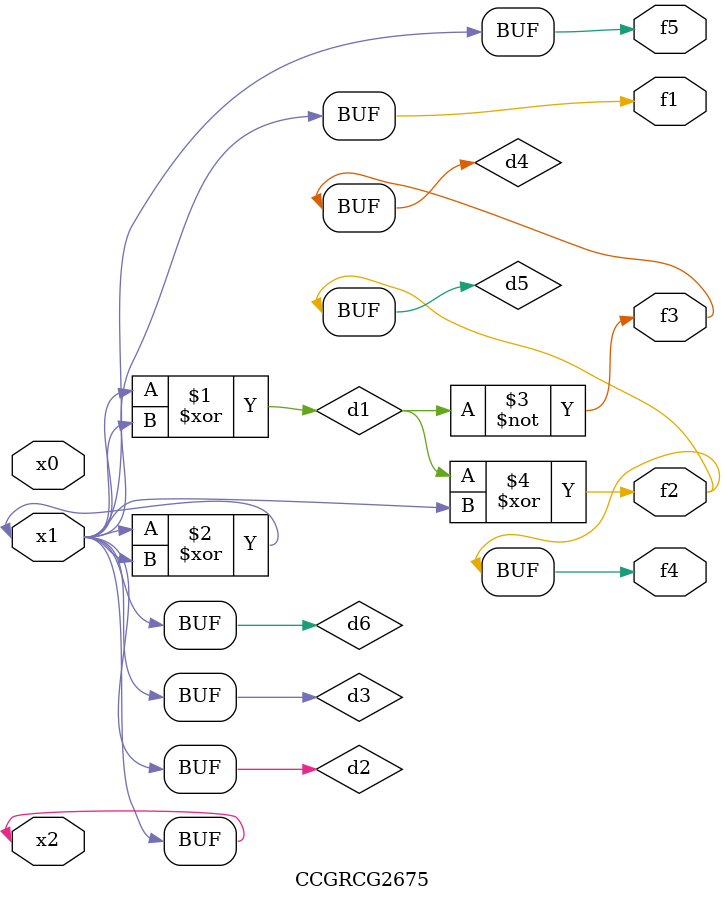
<source format=v>
module CCGRCG2675(
	input x0, x1, x2,
	output f1, f2, f3, f4, f5
);

	wire d1, d2, d3, d4, d5, d6;

	xor (d1, x1, x2);
	buf (d2, x1, x2);
	xor (d3, x1, x2);
	nor (d4, d1);
	xor (d5, d1, d2);
	buf (d6, d2, d3);
	assign f1 = d6;
	assign f2 = d5;
	assign f3 = d4;
	assign f4 = d5;
	assign f5 = d6;
endmodule

</source>
